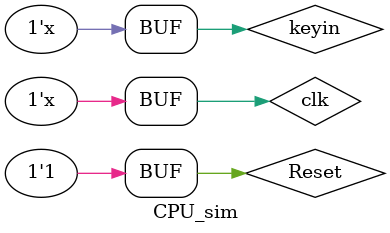
<source format=v>
`timescale 1ns / 1ps


module CPU_sim;
     reg  clk;
   reg  Reset;
   reg  keyin;      
   wire keyout;
   //ÒÔÏÂÌá¹©ÏÔÊ¾ÓÃ
   wire [31:0] curPC;
   
   wire [5:0] Opcode;
   wire [4:0] rs;       
   wire [31:0] ReadData1;
   wire [4:0] rt;
   wire [31:0] ReadData2;
   wire [4:0] rd;
   wire [31:0] sa;
    wire [27:0] addr;
   wire [31:0] extendImmediate;
  
   wire [31:0] rega,regb;
   wire [31:0] result;
   wire [31:0] DB;
   wire [15:0] immediate;
wire [1:0] PCSrc;
wire [2:0] ALUopcode;
wire [5:0] WriteReg; 
wire [31:0] NextPC;
wire [31:0] ROMDataOut,RAMDataOut;
wire PCWre,RegDst,RegWre,ExtSel,ALUSrcA,ALUSrcB,RD,WR,DBDataSrc,sign,zero;
wire InsMemRW;
initial begin 
   clk=0;
   keyin=0;
   Reset=1;
   end
   
   always #1 clk<=~clk; 
   always #50 keyin<=~keyin;

ControlUnit U0(.Opcode(Opcode),.zero(zero),.sign(sign),.PCWre(PCWre),
              .ALUSrcA(ALUSrcA),.ALUSrcB(ALUSrcB),.DBDataSrc(DBDataSrc),.RegWre(RegWre),
              .InsMemRw(InsMemRW),.RD(RD),.WR(WR),.RegDst(RegDst),.ExtSel(ExtSel),
              .PCSrc(PCSrc),.ALUOp(ALUopcode));

key_debounce U1 (.clk(clk),.key_in(keyin),.key_out(keyout));
//
PC U2(.Reset(Reset),.clk(keyout),.PCWre(PCWre),.NextPC(NextPC),.curPC(curPC));

ROM U3(.rw(InsMemRW),.addr(curPC),.DataOut(ROMDataOut));

Instruction U4(.DataOut(ROMDataOut),.Opcode(Opcode),.rs(rs),.rt(rt),
   .rd(rd),.sa(sa),.immediate(immediate),.addr(addr));
   
//RegDstÊý¾ÝÍ¨Â·Ð´³ÉÁ½Î»
//µÚÒ»¸ömux Ñ¡ÔñÐ´Èë¼Ä´æÆ÷
data2Select_5bit S1 (.control(RegDst),.A(rt),.B(rd),.result(WriteReg));
//
RegFile U5 (.CLK(keyout),.RST(Reset),.RegWre(RegWre),.ReadReg1(rs),.ReadReg2(rt)
,.WriteReg(WriteReg),.WriteData(DB),.ReadData1(ReadData1),.ReadData2(ReadData2));

//ExtSelÎª0Ôò0À©Õ¹£¬Îª1Ôò·ûºÅÀ©Õ¹
SignZeroExtend U6 (.ExtSel(ExtSel),.immediate(immediate),.extendImmediate(extendImmediate));

data3Select S2 (.PCSrc(PCSrc),.curPC(curPC),.extendImmediate(extendImmediate),
   .addr(addr),.NextPC(NextPC));
   
data2Select_32bit S3 (.control(ALUSrcA),.A(ReadData1),.B(sa),.result(rega));

data2Select_32bit S4 (.control(ALUSrcB),.A(ReadData2),.B(extendImmediate),.result(regb));

ALU U7 (.ALUopcode(ALUopcode),.rega(rega),.regb(regb),.result(result),.sign(sign),.zero(zero));
//key_value
RAM U8 (.clk(keyout),.address(result),.writeData(ReadData2),
   .nRD(RD), // Îª0£¬Õý³£¶Á£»Îª1,Êä³ö¸ß×éÌ¬
   .nWR(WR), // Îª0£¬Ð´£»Îª1£¬ÎÞ²Ù×÷
   .Dataout(RAMDataOut));

data2Select_32bit S5 (.control(DBDataSrc),.A(result),.B(RAMDataOut),.result(DB)); 


endmodule

    /*
   reg Reset,clk,keyin;
    wire keyout;
    wire [31:0] curPC;
    wire [31:0] NextPC;
    wire [4:0] rs;
    wire [31:0] ReadData1;
    wire [4:0] rt;
    wire [31:0] ReadData2;
    wire [31:0] result;
    wire   [31:0] DB;
    
    CPU_top T1 (
            .clk(clk),
            .keyin(keyin),
            .Reset(Reset),
            //ÒÔÏÂÌá¹©ÏÔÊ¾ÓÃ
            .curPC(curPC),
            .NextPC(NextPC),
            .rs(rs),
            .ReadData1(ReadData1),
            .rt(rt),
            .ReadData2(ReadData2),
            .result(result),
            .DB(DB),
            .keyout(keyout)
        );
        initial begin 
        clk=0;
        keyin=0;
        Reset=1;
        end
        
        always #1 clk<=~clk; 
        always #50 keyin<=~keyin;

    */

    


</source>
